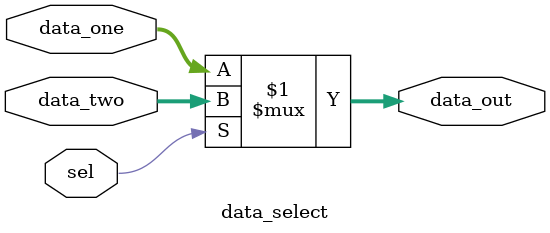
<source format=v>


module data_select
    #(
        parameter DATA_WIDTH = 4     
    )
    (
        input [DATA_WIDTH-1 : 0] data_one,
        input [DATA_WIDTH-1 : 0] data_two,
        input sel,
        
        output [DATA_WIDTH-1 : 0] data_out
    );
    
    assign data_out = sel? data_two : data_one;
    
endmodule
// END OF data_select.v FILE ***************************************************

    
   
</source>
